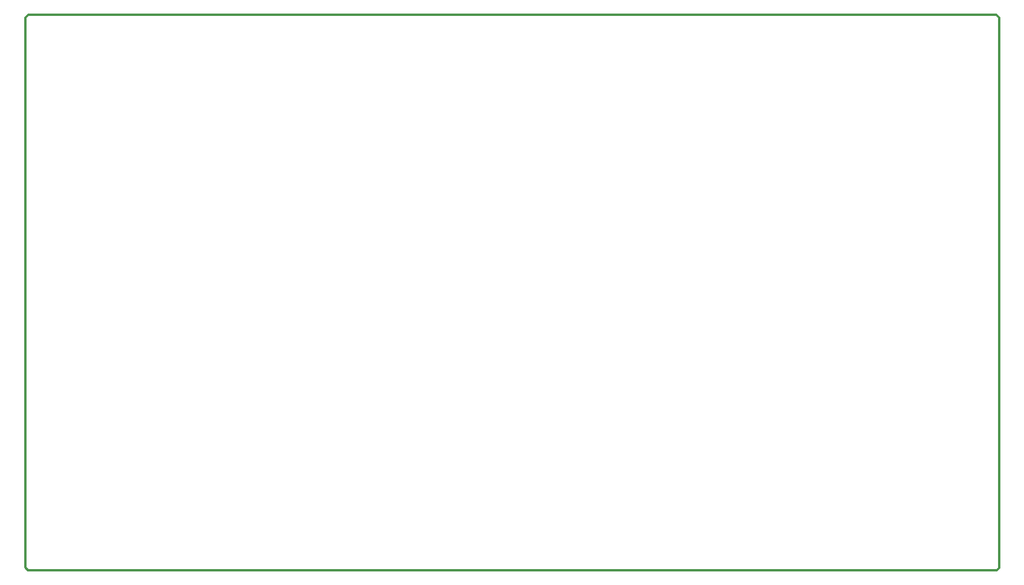
<source format=gbr>
G04 EasyPC Gerber Version 21.0.3 Build 4286 *
%FSLAX35Y35*%
%MOIN*%
%ADD79C,0.01200*%
X0Y0D02*
D02*
D79*
X1978Y41628D02*
X549222D01*
X550403Y42809*
Y353833*
X548828Y355407*
X2175*
X600Y353833*
Y43006*
X1978Y41628*
X0Y0D02*
M02*

</source>
